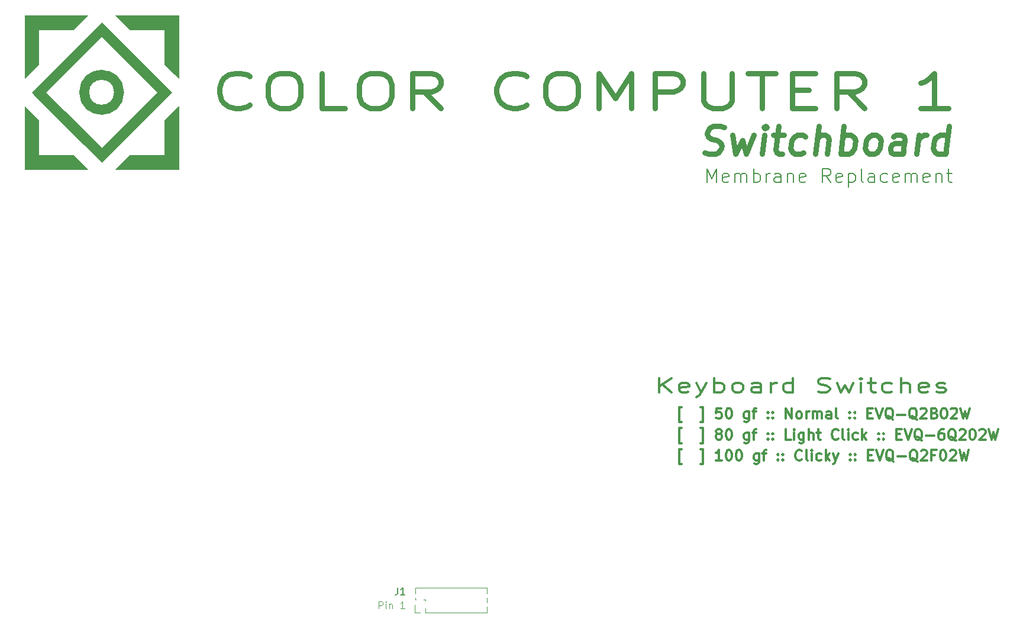
<source format=gto>
G04 #@! TF.GenerationSoftware,KiCad,Pcbnew,(5.1.10)-1*
G04 #@! TF.CreationDate,2022-01-19T11:14:15-05:00*
G04 #@! TF.ProjectId,CoCo1SwitchBoard,436f436f-3153-4776-9974-6368426f6172,1.0*
G04 #@! TF.SameCoordinates,Original*
G04 #@! TF.FileFunction,Legend,Top*
G04 #@! TF.FilePolarity,Positive*
%FSLAX46Y46*%
G04 Gerber Fmt 4.6, Leading zero omitted, Abs format (unit mm)*
G04 Created by KiCad (PCBNEW (5.1.10)-1) date 2022-01-19 11:14:15*
%MOMM*%
%LPD*%
G01*
G04 APERTURE LIST*
%ADD10C,0.125000*%
%ADD11C,0.300000*%
%ADD12C,0.100000*%
%ADD13C,1.400000*%
%ADD14C,0.150000*%
%ADD15C,0.800000*%
%ADD16C,0.120000*%
G04 APERTURE END LIST*
D10*
X129690476Y-3852380D02*
X129690476Y-2852380D01*
X130071428Y-2852380D01*
X130166666Y-2900000D01*
X130214285Y-2947619D01*
X130261904Y-3042857D01*
X130261904Y-3185714D01*
X130214285Y-3280952D01*
X130166666Y-3328571D01*
X130071428Y-3376190D01*
X129690476Y-3376190D01*
X130690476Y-3852380D02*
X130690476Y-3185714D01*
X130690476Y-2852380D02*
X130642857Y-2900000D01*
X130690476Y-2947619D01*
X130738095Y-2900000D01*
X130690476Y-2852380D01*
X130690476Y-2947619D01*
X131166666Y-3185714D02*
X131166666Y-3852380D01*
X131166666Y-3280952D02*
X131214285Y-3233333D01*
X131309523Y-3185714D01*
X131452380Y-3185714D01*
X131547619Y-3233333D01*
X131595238Y-3328571D01*
X131595238Y-3852380D01*
X133357142Y-3852380D02*
X132785714Y-3852380D01*
X133071428Y-3852380D02*
X133071428Y-2852380D01*
X132976190Y-2995238D01*
X132880952Y-3090476D01*
X132785714Y-3138095D01*
D11*
X172980714Y16821428D02*
X172623571Y16821428D01*
X172623571Y18964285D01*
X172980714Y18964285D01*
X175695000Y16821428D02*
X176052142Y16821428D01*
X176052142Y18964285D01*
X175695000Y18964285D01*
X178766428Y17321428D02*
X177909285Y17321428D01*
X178337857Y17321428D02*
X178337857Y18821428D01*
X178195000Y18607142D01*
X178052142Y18464285D01*
X177909285Y18392857D01*
X179695000Y18821428D02*
X179837857Y18821428D01*
X179980714Y18750000D01*
X180052142Y18678571D01*
X180123571Y18535714D01*
X180195000Y18250000D01*
X180195000Y17892857D01*
X180123571Y17607142D01*
X180052142Y17464285D01*
X179980714Y17392857D01*
X179837857Y17321428D01*
X179695000Y17321428D01*
X179552142Y17392857D01*
X179480714Y17464285D01*
X179409285Y17607142D01*
X179337857Y17892857D01*
X179337857Y18250000D01*
X179409285Y18535714D01*
X179480714Y18678571D01*
X179552142Y18750000D01*
X179695000Y18821428D01*
X181123571Y18821428D02*
X181266428Y18821428D01*
X181409285Y18750000D01*
X181480714Y18678571D01*
X181552142Y18535714D01*
X181623571Y18250000D01*
X181623571Y17892857D01*
X181552142Y17607142D01*
X181480714Y17464285D01*
X181409285Y17392857D01*
X181266428Y17321428D01*
X181123571Y17321428D01*
X180980714Y17392857D01*
X180909285Y17464285D01*
X180837857Y17607142D01*
X180766428Y17892857D01*
X180766428Y18250000D01*
X180837857Y18535714D01*
X180909285Y18678571D01*
X180980714Y18750000D01*
X181123571Y18821428D01*
X184052142Y18321428D02*
X184052142Y17107142D01*
X183980714Y16964285D01*
X183909285Y16892857D01*
X183766428Y16821428D01*
X183552142Y16821428D01*
X183409285Y16892857D01*
X184052142Y17392857D02*
X183909285Y17321428D01*
X183623571Y17321428D01*
X183480714Y17392857D01*
X183409285Y17464285D01*
X183337857Y17607142D01*
X183337857Y18035714D01*
X183409285Y18178571D01*
X183480714Y18250000D01*
X183623571Y18321428D01*
X183909285Y18321428D01*
X184052142Y18250000D01*
X184552142Y18321428D02*
X185123571Y18321428D01*
X184766428Y17321428D02*
X184766428Y18607142D01*
X184837857Y18750000D01*
X184980714Y18821428D01*
X185123571Y18821428D01*
X186766428Y17464285D02*
X186837857Y17392857D01*
X186766428Y17321428D01*
X186695000Y17392857D01*
X186766428Y17464285D01*
X186766428Y17321428D01*
X186766428Y18250000D02*
X186837857Y18178571D01*
X186766428Y18107142D01*
X186695000Y18178571D01*
X186766428Y18250000D01*
X186766428Y18107142D01*
X187480714Y17464285D02*
X187552142Y17392857D01*
X187480714Y17321428D01*
X187409285Y17392857D01*
X187480714Y17464285D01*
X187480714Y17321428D01*
X187480714Y18250000D02*
X187552142Y18178571D01*
X187480714Y18107142D01*
X187409285Y18178571D01*
X187480714Y18250000D01*
X187480714Y18107142D01*
X190195000Y17464285D02*
X190123571Y17392857D01*
X189909285Y17321428D01*
X189766428Y17321428D01*
X189552142Y17392857D01*
X189409285Y17535714D01*
X189337857Y17678571D01*
X189266428Y17964285D01*
X189266428Y18178571D01*
X189337857Y18464285D01*
X189409285Y18607142D01*
X189552142Y18750000D01*
X189766428Y18821428D01*
X189909285Y18821428D01*
X190123571Y18750000D01*
X190195000Y18678571D01*
X191052142Y17321428D02*
X190909285Y17392857D01*
X190837857Y17535714D01*
X190837857Y18821428D01*
X191623571Y17321428D02*
X191623571Y18321428D01*
X191623571Y18821428D02*
X191552142Y18750000D01*
X191623571Y18678571D01*
X191695000Y18750000D01*
X191623571Y18821428D01*
X191623571Y18678571D01*
X192980714Y17392857D02*
X192837857Y17321428D01*
X192552142Y17321428D01*
X192409285Y17392857D01*
X192337857Y17464285D01*
X192266428Y17607142D01*
X192266428Y18035714D01*
X192337857Y18178571D01*
X192409285Y18250000D01*
X192552142Y18321428D01*
X192837857Y18321428D01*
X192980714Y18250000D01*
X193623571Y17321428D02*
X193623571Y18821428D01*
X193766428Y17892857D02*
X194195000Y17321428D01*
X194195000Y18321428D02*
X193623571Y17750000D01*
X194695000Y18321428D02*
X195052142Y17321428D01*
X195409285Y18321428D02*
X195052142Y17321428D01*
X194909285Y16964285D01*
X194837857Y16892857D01*
X194695000Y16821428D01*
X197123571Y17464285D02*
X197195000Y17392857D01*
X197123571Y17321428D01*
X197052142Y17392857D01*
X197123571Y17464285D01*
X197123571Y17321428D01*
X197123571Y18250000D02*
X197195000Y18178571D01*
X197123571Y18107142D01*
X197052142Y18178571D01*
X197123571Y18250000D01*
X197123571Y18107142D01*
X197837857Y17464285D02*
X197909285Y17392857D01*
X197837857Y17321428D01*
X197766428Y17392857D01*
X197837857Y17464285D01*
X197837857Y17321428D01*
X197837857Y18250000D02*
X197909285Y18178571D01*
X197837857Y18107142D01*
X197766428Y18178571D01*
X197837857Y18250000D01*
X197837857Y18107142D01*
X199695000Y18107142D02*
X200195000Y18107142D01*
X200409285Y17321428D02*
X199695000Y17321428D01*
X199695000Y18821428D01*
X200409285Y18821428D01*
X200837857Y18821428D02*
X201337857Y17321428D01*
X201837857Y18821428D01*
X203337857Y17178571D02*
X203195000Y17250000D01*
X203052142Y17392857D01*
X202837857Y17607142D01*
X202695000Y17678571D01*
X202552142Y17678571D01*
X202623571Y17321428D02*
X202480714Y17392857D01*
X202337857Y17535714D01*
X202266428Y17821428D01*
X202266428Y18321428D01*
X202337857Y18607142D01*
X202480714Y18750000D01*
X202623571Y18821428D01*
X202909285Y18821428D01*
X203052142Y18750000D01*
X203195000Y18607142D01*
X203266428Y18321428D01*
X203266428Y17821428D01*
X203195000Y17535714D01*
X203052142Y17392857D01*
X202909285Y17321428D01*
X202623571Y17321428D01*
X203909285Y17892857D02*
X205052142Y17892857D01*
X206766428Y17178571D02*
X206623571Y17250000D01*
X206480714Y17392857D01*
X206266428Y17607142D01*
X206123571Y17678571D01*
X205980714Y17678571D01*
X206052142Y17321428D02*
X205909285Y17392857D01*
X205766428Y17535714D01*
X205695000Y17821428D01*
X205695000Y18321428D01*
X205766428Y18607142D01*
X205909285Y18750000D01*
X206052142Y18821428D01*
X206337857Y18821428D01*
X206480714Y18750000D01*
X206623571Y18607142D01*
X206695000Y18321428D01*
X206695000Y17821428D01*
X206623571Y17535714D01*
X206480714Y17392857D01*
X206337857Y17321428D01*
X206052142Y17321428D01*
X207266428Y18678571D02*
X207337857Y18750000D01*
X207480714Y18821428D01*
X207837857Y18821428D01*
X207980714Y18750000D01*
X208052142Y18678571D01*
X208123571Y18535714D01*
X208123571Y18392857D01*
X208052142Y18178571D01*
X207195000Y17321428D01*
X208123571Y17321428D01*
X209266428Y18107142D02*
X208766428Y18107142D01*
X208766428Y17321428D02*
X208766428Y18821428D01*
X209480714Y18821428D01*
X210337857Y18821428D02*
X210480714Y18821428D01*
X210623571Y18750000D01*
X210695000Y18678571D01*
X210766428Y18535714D01*
X210837857Y18250000D01*
X210837857Y17892857D01*
X210766428Y17607142D01*
X210695000Y17464285D01*
X210623571Y17392857D01*
X210480714Y17321428D01*
X210337857Y17321428D01*
X210195000Y17392857D01*
X210123571Y17464285D01*
X210052142Y17607142D01*
X209980714Y17892857D01*
X209980714Y18250000D01*
X210052142Y18535714D01*
X210123571Y18678571D01*
X210195000Y18750000D01*
X210337857Y18821428D01*
X211409285Y18678571D02*
X211480714Y18750000D01*
X211623571Y18821428D01*
X211980714Y18821428D01*
X212123571Y18750000D01*
X212195000Y18678571D01*
X212266428Y18535714D01*
X212266428Y18392857D01*
X212195000Y18178571D01*
X211337857Y17321428D01*
X212266428Y17321428D01*
X212766428Y18821428D02*
X213123571Y17321428D01*
X213409285Y18392857D01*
X213694999Y17321428D01*
X214052142Y18821428D01*
X172980714Y19821428D02*
X172623571Y19821428D01*
X172623571Y21964285D01*
X172980714Y21964285D01*
X175695000Y19821428D02*
X176052142Y19821428D01*
X176052142Y21964285D01*
X175695000Y21964285D01*
X178195000Y21178571D02*
X178052142Y21250000D01*
X177980714Y21321428D01*
X177909285Y21464285D01*
X177909285Y21535714D01*
X177980714Y21678571D01*
X178052142Y21750000D01*
X178195000Y21821428D01*
X178480714Y21821428D01*
X178623571Y21750000D01*
X178695000Y21678571D01*
X178766428Y21535714D01*
X178766428Y21464285D01*
X178695000Y21321428D01*
X178623571Y21250000D01*
X178480714Y21178571D01*
X178195000Y21178571D01*
X178052142Y21107142D01*
X177980714Y21035714D01*
X177909285Y20892857D01*
X177909285Y20607142D01*
X177980714Y20464285D01*
X178052142Y20392857D01*
X178195000Y20321428D01*
X178480714Y20321428D01*
X178623571Y20392857D01*
X178695000Y20464285D01*
X178766428Y20607142D01*
X178766428Y20892857D01*
X178695000Y21035714D01*
X178623571Y21107142D01*
X178480714Y21178571D01*
X179695000Y21821428D02*
X179837857Y21821428D01*
X179980714Y21750000D01*
X180052142Y21678571D01*
X180123571Y21535714D01*
X180195000Y21250000D01*
X180195000Y20892857D01*
X180123571Y20607142D01*
X180052142Y20464285D01*
X179980714Y20392857D01*
X179837857Y20321428D01*
X179695000Y20321428D01*
X179552142Y20392857D01*
X179480714Y20464285D01*
X179409285Y20607142D01*
X179337857Y20892857D01*
X179337857Y21250000D01*
X179409285Y21535714D01*
X179480714Y21678571D01*
X179552142Y21750000D01*
X179695000Y21821428D01*
X182623571Y21321428D02*
X182623571Y20107142D01*
X182552142Y19964285D01*
X182480714Y19892857D01*
X182337857Y19821428D01*
X182123571Y19821428D01*
X181980714Y19892857D01*
X182623571Y20392857D02*
X182480714Y20321428D01*
X182195000Y20321428D01*
X182052142Y20392857D01*
X181980714Y20464285D01*
X181909285Y20607142D01*
X181909285Y21035714D01*
X181980714Y21178571D01*
X182052142Y21250000D01*
X182195000Y21321428D01*
X182480714Y21321428D01*
X182623571Y21250000D01*
X183123571Y21321428D02*
X183695000Y21321428D01*
X183337857Y20321428D02*
X183337857Y21607142D01*
X183409285Y21750000D01*
X183552142Y21821428D01*
X183695000Y21821428D01*
X185337857Y20464285D02*
X185409285Y20392857D01*
X185337857Y20321428D01*
X185266428Y20392857D01*
X185337857Y20464285D01*
X185337857Y20321428D01*
X185337857Y21250000D02*
X185409285Y21178571D01*
X185337857Y21107142D01*
X185266428Y21178571D01*
X185337857Y21250000D01*
X185337857Y21107142D01*
X186052142Y20464285D02*
X186123571Y20392857D01*
X186052142Y20321428D01*
X185980714Y20392857D01*
X186052142Y20464285D01*
X186052142Y20321428D01*
X186052142Y21250000D02*
X186123571Y21178571D01*
X186052142Y21107142D01*
X185980714Y21178571D01*
X186052142Y21250000D01*
X186052142Y21107142D01*
X188623571Y20321428D02*
X187909285Y20321428D01*
X187909285Y21821428D01*
X189123571Y20321428D02*
X189123571Y21321428D01*
X189123571Y21821428D02*
X189052142Y21750000D01*
X189123571Y21678571D01*
X189195000Y21750000D01*
X189123571Y21821428D01*
X189123571Y21678571D01*
X190480714Y21321428D02*
X190480714Y20107142D01*
X190409285Y19964285D01*
X190337857Y19892857D01*
X190195000Y19821428D01*
X189980714Y19821428D01*
X189837857Y19892857D01*
X190480714Y20392857D02*
X190337857Y20321428D01*
X190052142Y20321428D01*
X189909285Y20392857D01*
X189837857Y20464285D01*
X189766428Y20607142D01*
X189766428Y21035714D01*
X189837857Y21178571D01*
X189909285Y21250000D01*
X190052142Y21321428D01*
X190337857Y21321428D01*
X190480714Y21250000D01*
X191195000Y20321428D02*
X191195000Y21821428D01*
X191837857Y20321428D02*
X191837857Y21107142D01*
X191766428Y21250000D01*
X191623571Y21321428D01*
X191409285Y21321428D01*
X191266428Y21250000D01*
X191195000Y21178571D01*
X192337857Y21321428D02*
X192909285Y21321428D01*
X192552142Y21821428D02*
X192552142Y20535714D01*
X192623571Y20392857D01*
X192766428Y20321428D01*
X192909285Y20321428D01*
X195409285Y20464285D02*
X195337857Y20392857D01*
X195123571Y20321428D01*
X194980714Y20321428D01*
X194766428Y20392857D01*
X194623571Y20535714D01*
X194552142Y20678571D01*
X194480714Y20964285D01*
X194480714Y21178571D01*
X194552142Y21464285D01*
X194623571Y21607142D01*
X194766428Y21750000D01*
X194980714Y21821428D01*
X195123571Y21821428D01*
X195337857Y21750000D01*
X195409285Y21678571D01*
X196266428Y20321428D02*
X196123571Y20392857D01*
X196052142Y20535714D01*
X196052142Y21821428D01*
X196837857Y20321428D02*
X196837857Y21321428D01*
X196837857Y21821428D02*
X196766428Y21750000D01*
X196837857Y21678571D01*
X196909285Y21750000D01*
X196837857Y21821428D01*
X196837857Y21678571D01*
X198195000Y20392857D02*
X198052142Y20321428D01*
X197766428Y20321428D01*
X197623571Y20392857D01*
X197552142Y20464285D01*
X197480714Y20607142D01*
X197480714Y21035714D01*
X197552142Y21178571D01*
X197623571Y21250000D01*
X197766428Y21321428D01*
X198052142Y21321428D01*
X198195000Y21250000D01*
X198837857Y20321428D02*
X198837857Y21821428D01*
X198980714Y20892857D02*
X199409285Y20321428D01*
X199409285Y21321428D02*
X198837857Y20750000D01*
X201195000Y20464285D02*
X201266428Y20392857D01*
X201195000Y20321428D01*
X201123571Y20392857D01*
X201195000Y20464285D01*
X201195000Y20321428D01*
X201195000Y21250000D02*
X201266428Y21178571D01*
X201195000Y21107142D01*
X201123571Y21178571D01*
X201195000Y21250000D01*
X201195000Y21107142D01*
X201909285Y20464285D02*
X201980714Y20392857D01*
X201909285Y20321428D01*
X201837857Y20392857D01*
X201909285Y20464285D01*
X201909285Y20321428D01*
X201909285Y21250000D02*
X201980714Y21178571D01*
X201909285Y21107142D01*
X201837857Y21178571D01*
X201909285Y21250000D01*
X201909285Y21107142D01*
X203766428Y21107142D02*
X204266428Y21107142D01*
X204480714Y20321428D02*
X203766428Y20321428D01*
X203766428Y21821428D01*
X204480714Y21821428D01*
X204909285Y21821428D02*
X205409285Y20321428D01*
X205909285Y21821428D01*
X207409285Y20178571D02*
X207266428Y20250000D01*
X207123571Y20392857D01*
X206909285Y20607142D01*
X206766428Y20678571D01*
X206623571Y20678571D01*
X206695000Y20321428D02*
X206552142Y20392857D01*
X206409285Y20535714D01*
X206337857Y20821428D01*
X206337857Y21321428D01*
X206409285Y21607142D01*
X206552142Y21750000D01*
X206695000Y21821428D01*
X206980714Y21821428D01*
X207123571Y21750000D01*
X207266428Y21607142D01*
X207337857Y21321428D01*
X207337857Y20821428D01*
X207266428Y20535714D01*
X207123571Y20392857D01*
X206980714Y20321428D01*
X206695000Y20321428D01*
X207980714Y20892857D02*
X209123571Y20892857D01*
X210480714Y21821428D02*
X210195000Y21821428D01*
X210052142Y21750000D01*
X209980714Y21678571D01*
X209837857Y21464285D01*
X209766428Y21178571D01*
X209766428Y20607142D01*
X209837857Y20464285D01*
X209909285Y20392857D01*
X210052142Y20321428D01*
X210337857Y20321428D01*
X210480714Y20392857D01*
X210552142Y20464285D01*
X210623571Y20607142D01*
X210623571Y20964285D01*
X210552142Y21107142D01*
X210480714Y21178571D01*
X210337857Y21250000D01*
X210052142Y21250000D01*
X209909285Y21178571D01*
X209837857Y21107142D01*
X209766428Y20964285D01*
X212266428Y20178571D02*
X212123571Y20250000D01*
X211980714Y20392857D01*
X211766428Y20607142D01*
X211623571Y20678571D01*
X211480714Y20678571D01*
X211552142Y20321428D02*
X211409285Y20392857D01*
X211266428Y20535714D01*
X211195000Y20821428D01*
X211195000Y21321428D01*
X211266428Y21607142D01*
X211409285Y21750000D01*
X211552142Y21821428D01*
X211837857Y21821428D01*
X211980714Y21750000D01*
X212123571Y21607142D01*
X212195000Y21321428D01*
X212195000Y20821428D01*
X212123571Y20535714D01*
X211980714Y20392857D01*
X211837857Y20321428D01*
X211552142Y20321428D01*
X212766428Y21678571D02*
X212837857Y21750000D01*
X212980714Y21821428D01*
X213337857Y21821428D01*
X213480714Y21750000D01*
X213552142Y21678571D01*
X213623571Y21535714D01*
X213623571Y21392857D01*
X213552142Y21178571D01*
X212695000Y20321428D01*
X213623571Y20321428D01*
X214552142Y21821428D02*
X214695000Y21821428D01*
X214837857Y21750000D01*
X214909285Y21678571D01*
X214980714Y21535714D01*
X215052142Y21250000D01*
X215052142Y20892857D01*
X214980714Y20607142D01*
X214909285Y20464285D01*
X214837857Y20392857D01*
X214695000Y20321428D01*
X214552142Y20321428D01*
X214409285Y20392857D01*
X214337857Y20464285D01*
X214266428Y20607142D01*
X214195000Y20892857D01*
X214195000Y21250000D01*
X214266428Y21535714D01*
X214337857Y21678571D01*
X214409285Y21750000D01*
X214552142Y21821428D01*
X215623571Y21678571D02*
X215695000Y21750000D01*
X215837857Y21821428D01*
X216195000Y21821428D01*
X216337857Y21750000D01*
X216409285Y21678571D01*
X216480714Y21535714D01*
X216480714Y21392857D01*
X216409285Y21178571D01*
X215552142Y20321428D01*
X216480714Y20321428D01*
X216980714Y21821428D02*
X217337857Y20321428D01*
X217623571Y21392857D01*
X217909285Y20321428D01*
X218266428Y21821428D01*
X172980714Y22821428D02*
X172623571Y22821428D01*
X172623571Y24964285D01*
X172980714Y24964285D01*
X175695000Y22821428D02*
X176052142Y22821428D01*
X176052142Y24964285D01*
X175695000Y24964285D01*
X178695000Y24821428D02*
X177980714Y24821428D01*
X177909285Y24107142D01*
X177980714Y24178571D01*
X178123571Y24250000D01*
X178480714Y24250000D01*
X178623571Y24178571D01*
X178695000Y24107142D01*
X178766428Y23964285D01*
X178766428Y23607142D01*
X178695000Y23464285D01*
X178623571Y23392857D01*
X178480714Y23321428D01*
X178123571Y23321428D01*
X177980714Y23392857D01*
X177909285Y23464285D01*
X179695000Y24821428D02*
X179837857Y24821428D01*
X179980714Y24750000D01*
X180052142Y24678571D01*
X180123571Y24535714D01*
X180195000Y24250000D01*
X180195000Y23892857D01*
X180123571Y23607142D01*
X180052142Y23464285D01*
X179980714Y23392857D01*
X179837857Y23321428D01*
X179695000Y23321428D01*
X179552142Y23392857D01*
X179480714Y23464285D01*
X179409285Y23607142D01*
X179337857Y23892857D01*
X179337857Y24250000D01*
X179409285Y24535714D01*
X179480714Y24678571D01*
X179552142Y24750000D01*
X179695000Y24821428D01*
X182623571Y24321428D02*
X182623571Y23107142D01*
X182552142Y22964285D01*
X182480714Y22892857D01*
X182337857Y22821428D01*
X182123571Y22821428D01*
X181980714Y22892857D01*
X182623571Y23392857D02*
X182480714Y23321428D01*
X182195000Y23321428D01*
X182052142Y23392857D01*
X181980714Y23464285D01*
X181909285Y23607142D01*
X181909285Y24035714D01*
X181980714Y24178571D01*
X182052142Y24250000D01*
X182195000Y24321428D01*
X182480714Y24321428D01*
X182623571Y24250000D01*
X183123571Y24321428D02*
X183695000Y24321428D01*
X183337857Y23321428D02*
X183337857Y24607142D01*
X183409285Y24750000D01*
X183552142Y24821428D01*
X183695000Y24821428D01*
X185337857Y23464285D02*
X185409285Y23392857D01*
X185337857Y23321428D01*
X185266428Y23392857D01*
X185337857Y23464285D01*
X185337857Y23321428D01*
X185337857Y24250000D02*
X185409285Y24178571D01*
X185337857Y24107142D01*
X185266428Y24178571D01*
X185337857Y24250000D01*
X185337857Y24107142D01*
X186052142Y23464285D02*
X186123571Y23392857D01*
X186052142Y23321428D01*
X185980714Y23392857D01*
X186052142Y23464285D01*
X186052142Y23321428D01*
X186052142Y24250000D02*
X186123571Y24178571D01*
X186052142Y24107142D01*
X185980714Y24178571D01*
X186052142Y24250000D01*
X186052142Y24107142D01*
X187909285Y23321428D02*
X187909285Y24821428D01*
X188766428Y23321428D01*
X188766428Y24821428D01*
X189695000Y23321428D02*
X189552142Y23392857D01*
X189480714Y23464285D01*
X189409285Y23607142D01*
X189409285Y24035714D01*
X189480714Y24178571D01*
X189552142Y24250000D01*
X189695000Y24321428D01*
X189909285Y24321428D01*
X190052142Y24250000D01*
X190123571Y24178571D01*
X190195000Y24035714D01*
X190195000Y23607142D01*
X190123571Y23464285D01*
X190052142Y23392857D01*
X189909285Y23321428D01*
X189695000Y23321428D01*
X190837857Y23321428D02*
X190837857Y24321428D01*
X190837857Y24035714D02*
X190909285Y24178571D01*
X190980714Y24250000D01*
X191123571Y24321428D01*
X191266428Y24321428D01*
X191766428Y23321428D02*
X191766428Y24321428D01*
X191766428Y24178571D02*
X191837857Y24250000D01*
X191980714Y24321428D01*
X192195000Y24321428D01*
X192337857Y24250000D01*
X192409285Y24107142D01*
X192409285Y23321428D01*
X192409285Y24107142D02*
X192480714Y24250000D01*
X192623571Y24321428D01*
X192837857Y24321428D01*
X192980714Y24250000D01*
X193052142Y24107142D01*
X193052142Y23321428D01*
X194409285Y23321428D02*
X194409285Y24107142D01*
X194337857Y24250000D01*
X194195000Y24321428D01*
X193909285Y24321428D01*
X193766428Y24250000D01*
X194409285Y23392857D02*
X194266428Y23321428D01*
X193909285Y23321428D01*
X193766428Y23392857D01*
X193695000Y23535714D01*
X193695000Y23678571D01*
X193766428Y23821428D01*
X193909285Y23892857D01*
X194266428Y23892857D01*
X194409285Y23964285D01*
X195337857Y23321428D02*
X195195000Y23392857D01*
X195123571Y23535714D01*
X195123571Y24821428D01*
X197052142Y23464285D02*
X197123571Y23392857D01*
X197052142Y23321428D01*
X196980714Y23392857D01*
X197052142Y23464285D01*
X197052142Y23321428D01*
X197052142Y24250000D02*
X197123571Y24178571D01*
X197052142Y24107142D01*
X196980714Y24178571D01*
X197052142Y24250000D01*
X197052142Y24107142D01*
X197766428Y23464285D02*
X197837857Y23392857D01*
X197766428Y23321428D01*
X197695000Y23392857D01*
X197766428Y23464285D01*
X197766428Y23321428D01*
X197766428Y24250000D02*
X197837857Y24178571D01*
X197766428Y24107142D01*
X197695000Y24178571D01*
X197766428Y24250000D01*
X197766428Y24107142D01*
X199623571Y24107142D02*
X200123571Y24107142D01*
X200337857Y23321428D02*
X199623571Y23321428D01*
X199623571Y24821428D01*
X200337857Y24821428D01*
X200766428Y24821428D02*
X201266428Y23321428D01*
X201766428Y24821428D01*
X203266428Y23178571D02*
X203123571Y23250000D01*
X202980714Y23392857D01*
X202766428Y23607142D01*
X202623571Y23678571D01*
X202480714Y23678571D01*
X202552142Y23321428D02*
X202409285Y23392857D01*
X202266428Y23535714D01*
X202195000Y23821428D01*
X202195000Y24321428D01*
X202266428Y24607142D01*
X202409285Y24750000D01*
X202552142Y24821428D01*
X202837857Y24821428D01*
X202980714Y24750000D01*
X203123571Y24607142D01*
X203195000Y24321428D01*
X203195000Y23821428D01*
X203123571Y23535714D01*
X202980714Y23392857D01*
X202837857Y23321428D01*
X202552142Y23321428D01*
X203837857Y23892857D02*
X204980714Y23892857D01*
X206695000Y23178571D02*
X206552142Y23250000D01*
X206409285Y23392857D01*
X206195000Y23607142D01*
X206052142Y23678571D01*
X205909285Y23678571D01*
X205980714Y23321428D02*
X205837857Y23392857D01*
X205695000Y23535714D01*
X205623571Y23821428D01*
X205623571Y24321428D01*
X205695000Y24607142D01*
X205837857Y24750000D01*
X205980714Y24821428D01*
X206266428Y24821428D01*
X206409285Y24750000D01*
X206552142Y24607142D01*
X206623571Y24321428D01*
X206623571Y23821428D01*
X206552142Y23535714D01*
X206409285Y23392857D01*
X206266428Y23321428D01*
X205980714Y23321428D01*
X207195000Y24678571D02*
X207266428Y24750000D01*
X207409285Y24821428D01*
X207766428Y24821428D01*
X207909285Y24750000D01*
X207980714Y24678571D01*
X208052142Y24535714D01*
X208052142Y24392857D01*
X207980714Y24178571D01*
X207123571Y23321428D01*
X208052142Y23321428D01*
X209195000Y24107142D02*
X209409285Y24035714D01*
X209480714Y23964285D01*
X209552142Y23821428D01*
X209552142Y23607142D01*
X209480714Y23464285D01*
X209409285Y23392857D01*
X209266428Y23321428D01*
X208695000Y23321428D01*
X208695000Y24821428D01*
X209195000Y24821428D01*
X209337857Y24750000D01*
X209409285Y24678571D01*
X209480714Y24535714D01*
X209480714Y24392857D01*
X209409285Y24250000D01*
X209337857Y24178571D01*
X209195000Y24107142D01*
X208695000Y24107142D01*
X210480714Y24821428D02*
X210623571Y24821428D01*
X210766428Y24750000D01*
X210837857Y24678571D01*
X210909285Y24535714D01*
X210980714Y24250000D01*
X210980714Y23892857D01*
X210909285Y23607142D01*
X210837857Y23464285D01*
X210766428Y23392857D01*
X210623571Y23321428D01*
X210480714Y23321428D01*
X210337857Y23392857D01*
X210266428Y23464285D01*
X210195000Y23607142D01*
X210123571Y23892857D01*
X210123571Y24250000D01*
X210195000Y24535714D01*
X210266428Y24678571D01*
X210337857Y24750000D01*
X210480714Y24821428D01*
X211552142Y24678571D02*
X211623571Y24750000D01*
X211766428Y24821428D01*
X212123571Y24821428D01*
X212266428Y24750000D01*
X212337857Y24678571D01*
X212409285Y24535714D01*
X212409285Y24392857D01*
X212337857Y24178571D01*
X211480714Y23321428D01*
X212409285Y23321428D01*
X212909285Y24821428D02*
X213266428Y23321428D01*
X213552142Y24392857D01*
X213837857Y23321428D01*
X214195000Y24821428D01*
X169809285Y27095238D02*
X169809285Y29095238D01*
X171523571Y27095238D02*
X170237857Y28238095D01*
X171523571Y29095238D02*
X169809285Y27952380D01*
X173952142Y27190476D02*
X173666428Y27095238D01*
X173095000Y27095238D01*
X172809285Y27190476D01*
X172666428Y27380952D01*
X172666428Y28142857D01*
X172809285Y28333333D01*
X173095000Y28428571D01*
X173666428Y28428571D01*
X173952142Y28333333D01*
X174095000Y28142857D01*
X174095000Y27952380D01*
X172666428Y27761904D01*
X175095000Y28428571D02*
X175809285Y27095238D01*
X176523571Y28428571D02*
X175809285Y27095238D01*
X175523571Y26619047D01*
X175380714Y26523809D01*
X175095000Y26428571D01*
X177666428Y27095238D02*
X177666428Y29095238D01*
X177666428Y28333333D02*
X177952142Y28428571D01*
X178523571Y28428571D01*
X178809285Y28333333D01*
X178952142Y28238095D01*
X179095000Y28047619D01*
X179095000Y27476190D01*
X178952142Y27285714D01*
X178809285Y27190476D01*
X178523571Y27095238D01*
X177952142Y27095238D01*
X177666428Y27190476D01*
X180809285Y27095238D02*
X180523571Y27190476D01*
X180380714Y27285714D01*
X180237857Y27476190D01*
X180237857Y28047619D01*
X180380714Y28238095D01*
X180523571Y28333333D01*
X180809285Y28428571D01*
X181237857Y28428571D01*
X181523571Y28333333D01*
X181666428Y28238095D01*
X181809285Y28047619D01*
X181809285Y27476190D01*
X181666428Y27285714D01*
X181523571Y27190476D01*
X181237857Y27095238D01*
X180809285Y27095238D01*
X184380714Y27095238D02*
X184380714Y28142857D01*
X184237857Y28333333D01*
X183952142Y28428571D01*
X183380714Y28428571D01*
X183095000Y28333333D01*
X184380714Y27190476D02*
X184095000Y27095238D01*
X183380714Y27095238D01*
X183095000Y27190476D01*
X182952142Y27380952D01*
X182952142Y27571428D01*
X183095000Y27761904D01*
X183380714Y27857142D01*
X184095000Y27857142D01*
X184380714Y27952380D01*
X185809285Y27095238D02*
X185809285Y28428571D01*
X185809285Y28047619D02*
X185952142Y28238095D01*
X186095000Y28333333D01*
X186380714Y28428571D01*
X186666428Y28428571D01*
X188952142Y27095238D02*
X188952142Y29095238D01*
X188952142Y27190476D02*
X188666428Y27095238D01*
X188095000Y27095238D01*
X187809285Y27190476D01*
X187666428Y27285714D01*
X187523571Y27476190D01*
X187523571Y28047619D01*
X187666428Y28238095D01*
X187809285Y28333333D01*
X188095000Y28428571D01*
X188666428Y28428571D01*
X188952142Y28333333D01*
X192523571Y27190476D02*
X192952142Y27095238D01*
X193666428Y27095238D01*
X193952142Y27190476D01*
X194095000Y27285714D01*
X194237857Y27476190D01*
X194237857Y27666666D01*
X194095000Y27857142D01*
X193952142Y27952380D01*
X193666428Y28047619D01*
X193095000Y28142857D01*
X192809285Y28238095D01*
X192666428Y28333333D01*
X192523571Y28523809D01*
X192523571Y28714285D01*
X192666428Y28904761D01*
X192809285Y29000000D01*
X193095000Y29095238D01*
X193809285Y29095238D01*
X194237857Y29000000D01*
X195237857Y28428571D02*
X195809285Y27095238D01*
X196380714Y28047619D01*
X196952142Y27095238D01*
X197523571Y28428571D01*
X198666428Y27095238D02*
X198666428Y28428571D01*
X198666428Y29095238D02*
X198523571Y29000000D01*
X198666428Y28904761D01*
X198809285Y29000000D01*
X198666428Y29095238D01*
X198666428Y28904761D01*
X199666428Y28428571D02*
X200809285Y28428571D01*
X200095000Y29095238D02*
X200095000Y27380952D01*
X200237857Y27190476D01*
X200523571Y27095238D01*
X200809285Y27095238D01*
X203095000Y27190476D02*
X202809285Y27095238D01*
X202237857Y27095238D01*
X201952142Y27190476D01*
X201809285Y27285714D01*
X201666428Y27476190D01*
X201666428Y28047619D01*
X201809285Y28238095D01*
X201952142Y28333333D01*
X202237857Y28428571D01*
X202809285Y28428571D01*
X203095000Y28333333D01*
X204380714Y27095238D02*
X204380714Y29095238D01*
X205666428Y27095238D02*
X205666428Y28142857D01*
X205523571Y28333333D01*
X205237857Y28428571D01*
X204809285Y28428571D01*
X204523571Y28333333D01*
X204380714Y28238095D01*
X208237857Y27190476D02*
X207952142Y27095238D01*
X207380714Y27095238D01*
X207095000Y27190476D01*
X206952142Y27380952D01*
X206952142Y28142857D01*
X207095000Y28333333D01*
X207380714Y28428571D01*
X207952142Y28428571D01*
X208237857Y28333333D01*
X208380714Y28142857D01*
X208380714Y27952380D01*
X206952142Y27761904D01*
X209523571Y27190476D02*
X209809285Y27095238D01*
X210380714Y27095238D01*
X210666428Y27190476D01*
X210809285Y27380952D01*
X210809285Y27476190D01*
X210666428Y27666666D01*
X210380714Y27761904D01*
X209952142Y27761904D01*
X209666428Y27857142D01*
X209523571Y28047619D01*
X209523571Y28142857D01*
X209666428Y28333333D01*
X209952142Y28428571D01*
X210380714Y28428571D01*
X210666428Y28333333D01*
D12*
G36*
X101000000Y59000000D02*
G01*
X92000000Y59000000D01*
X94000000Y61000000D01*
X99000000Y61000000D01*
X99000000Y66000000D01*
X101000000Y68000000D01*
X101000000Y59000000D01*
G37*
X101000000Y59000000D02*
X92000000Y59000000D01*
X94000000Y61000000D01*
X99000000Y61000000D01*
X99000000Y66000000D01*
X101000000Y68000000D01*
X101000000Y59000000D01*
G36*
X81000000Y66000000D02*
G01*
X81000000Y61000000D01*
X86000000Y61000000D01*
X88000000Y59000000D01*
X79000000Y59000000D01*
X79000000Y68000000D01*
X81000000Y66000000D01*
G37*
X81000000Y66000000D02*
X81000000Y61000000D01*
X86000000Y61000000D01*
X88000000Y59000000D01*
X79000000Y59000000D01*
X79000000Y68000000D01*
X81000000Y66000000D01*
G36*
X86000000Y79000000D02*
G01*
X81000000Y79000000D01*
X81000000Y74000000D01*
X79000000Y72000000D01*
X79000000Y81000000D01*
X88000000Y81000000D01*
X86000000Y79000000D01*
G37*
X86000000Y79000000D02*
X81000000Y79000000D01*
X81000000Y74000000D01*
X79000000Y72000000D01*
X79000000Y81000000D01*
X88000000Y81000000D01*
X86000000Y79000000D01*
G36*
X101000000Y72000000D02*
G01*
X99000000Y74000000D01*
X99000000Y79000000D01*
X94000000Y79000000D01*
X92000000Y81000000D01*
X101000000Y81000000D01*
X101000000Y72000000D01*
G37*
X101000000Y72000000D02*
X99000000Y74000000D01*
X99000000Y79000000D01*
X94000000Y79000000D01*
X92000000Y81000000D01*
X101000000Y81000000D01*
X101000000Y72000000D01*
G36*
X99000000Y69000000D02*
G01*
X91000000Y61000000D01*
X90000000Y62000000D01*
X98000000Y70000000D01*
X99000000Y69000000D01*
G37*
X99000000Y69000000D02*
X91000000Y61000000D01*
X90000000Y62000000D01*
X98000000Y70000000D01*
X99000000Y69000000D01*
G36*
X91000000Y61000000D02*
G01*
X90000000Y60000000D01*
X81000000Y69000000D01*
X82000000Y70000000D01*
X91000000Y61000000D01*
G37*
X91000000Y61000000D02*
X90000000Y60000000D01*
X81000000Y69000000D01*
X82000000Y70000000D01*
X91000000Y61000000D01*
G36*
X90000000Y78000000D02*
G01*
X81000000Y69000000D01*
X80000000Y70000000D01*
X89000000Y79000000D01*
X90000000Y78000000D01*
G37*
X90000000Y78000000D02*
X81000000Y69000000D01*
X80000000Y70000000D01*
X89000000Y79000000D01*
X90000000Y78000000D01*
G36*
X100000000Y70000000D02*
G01*
X99000000Y69000000D01*
X89000000Y79000000D01*
X90000000Y80000000D01*
X100000000Y70000000D01*
G37*
X100000000Y70000000D02*
X99000000Y69000000D01*
X89000000Y79000000D01*
X90000000Y80000000D01*
X100000000Y70000000D01*
D13*
X92500000Y70000000D02*
G75*
G03*
X92500000Y70000000I-2500000J0D01*
G01*
D14*
X176619047Y57095238D02*
X176619047Y59095238D01*
X177285714Y57666666D01*
X177952380Y59095238D01*
X177952380Y57095238D01*
X179666666Y57190476D02*
X179476190Y57095238D01*
X179095238Y57095238D01*
X178904761Y57190476D01*
X178809523Y57380952D01*
X178809523Y58142857D01*
X178904761Y58333333D01*
X179095238Y58428571D01*
X179476190Y58428571D01*
X179666666Y58333333D01*
X179761904Y58142857D01*
X179761904Y57952380D01*
X178809523Y57761904D01*
X180619047Y57095238D02*
X180619047Y58428571D01*
X180619047Y58238095D02*
X180714285Y58333333D01*
X180904761Y58428571D01*
X181190476Y58428571D01*
X181380952Y58333333D01*
X181476190Y58142857D01*
X181476190Y57095238D01*
X181476190Y58142857D02*
X181571428Y58333333D01*
X181761904Y58428571D01*
X182047619Y58428571D01*
X182238095Y58333333D01*
X182333333Y58142857D01*
X182333333Y57095238D01*
X183285714Y57095238D02*
X183285714Y59095238D01*
X183285714Y58333333D02*
X183476190Y58428571D01*
X183857142Y58428571D01*
X184047619Y58333333D01*
X184142857Y58238095D01*
X184238095Y58047619D01*
X184238095Y57476190D01*
X184142857Y57285714D01*
X184047619Y57190476D01*
X183857142Y57095238D01*
X183476190Y57095238D01*
X183285714Y57190476D01*
X185095238Y57095238D02*
X185095238Y58428571D01*
X185095238Y58047619D02*
X185190476Y58238095D01*
X185285714Y58333333D01*
X185476190Y58428571D01*
X185666666Y58428571D01*
X187190476Y57095238D02*
X187190476Y58142857D01*
X187095238Y58333333D01*
X186904761Y58428571D01*
X186523809Y58428571D01*
X186333333Y58333333D01*
X187190476Y57190476D02*
X187000000Y57095238D01*
X186523809Y57095238D01*
X186333333Y57190476D01*
X186238095Y57380952D01*
X186238095Y57571428D01*
X186333333Y57761904D01*
X186523809Y57857142D01*
X187000000Y57857142D01*
X187190476Y57952380D01*
X188142857Y58428571D02*
X188142857Y57095238D01*
X188142857Y58238095D02*
X188238095Y58333333D01*
X188428571Y58428571D01*
X188714285Y58428571D01*
X188904761Y58333333D01*
X189000000Y58142857D01*
X189000000Y57095238D01*
X190714285Y57190476D02*
X190523809Y57095238D01*
X190142857Y57095238D01*
X189952380Y57190476D01*
X189857142Y57380952D01*
X189857142Y58142857D01*
X189952380Y58333333D01*
X190142857Y58428571D01*
X190523809Y58428571D01*
X190714285Y58333333D01*
X190809523Y58142857D01*
X190809523Y57952380D01*
X189857142Y57761904D01*
X194333333Y57095238D02*
X193666666Y58047619D01*
X193190476Y57095238D02*
X193190476Y59095238D01*
X193952380Y59095238D01*
X194142857Y59000000D01*
X194238095Y58904761D01*
X194333333Y58714285D01*
X194333333Y58428571D01*
X194238095Y58238095D01*
X194142857Y58142857D01*
X193952380Y58047619D01*
X193190476Y58047619D01*
X195952380Y57190476D02*
X195761904Y57095238D01*
X195380952Y57095238D01*
X195190476Y57190476D01*
X195095238Y57380952D01*
X195095238Y58142857D01*
X195190476Y58333333D01*
X195380952Y58428571D01*
X195761904Y58428571D01*
X195952380Y58333333D01*
X196047619Y58142857D01*
X196047619Y57952380D01*
X195095238Y57761904D01*
X196904761Y58428571D02*
X196904761Y56428571D01*
X196904761Y58333333D02*
X197095238Y58428571D01*
X197476190Y58428571D01*
X197666666Y58333333D01*
X197761904Y58238095D01*
X197857142Y58047619D01*
X197857142Y57476190D01*
X197761904Y57285714D01*
X197666666Y57190476D01*
X197476190Y57095238D01*
X197095238Y57095238D01*
X196904761Y57190476D01*
X199000000Y57095238D02*
X198809523Y57190476D01*
X198714285Y57380952D01*
X198714285Y59095238D01*
X200619047Y57095238D02*
X200619047Y58142857D01*
X200523809Y58333333D01*
X200333333Y58428571D01*
X199952380Y58428571D01*
X199761904Y58333333D01*
X200619047Y57190476D02*
X200428571Y57095238D01*
X199952380Y57095238D01*
X199761904Y57190476D01*
X199666666Y57380952D01*
X199666666Y57571428D01*
X199761904Y57761904D01*
X199952380Y57857142D01*
X200428571Y57857142D01*
X200619047Y57952380D01*
X202428571Y57190476D02*
X202238095Y57095238D01*
X201857142Y57095238D01*
X201666666Y57190476D01*
X201571428Y57285714D01*
X201476190Y57476190D01*
X201476190Y58047619D01*
X201571428Y58238095D01*
X201666666Y58333333D01*
X201857142Y58428571D01*
X202238095Y58428571D01*
X202428571Y58333333D01*
X204047619Y57190476D02*
X203857142Y57095238D01*
X203476190Y57095238D01*
X203285714Y57190476D01*
X203190476Y57380952D01*
X203190476Y58142857D01*
X203285714Y58333333D01*
X203476190Y58428571D01*
X203857142Y58428571D01*
X204047619Y58333333D01*
X204142857Y58142857D01*
X204142857Y57952380D01*
X203190476Y57761904D01*
X205000000Y57095238D02*
X205000000Y58428571D01*
X205000000Y58238095D02*
X205095238Y58333333D01*
X205285714Y58428571D01*
X205571428Y58428571D01*
X205761904Y58333333D01*
X205857142Y58142857D01*
X205857142Y57095238D01*
X205857142Y58142857D02*
X205952380Y58333333D01*
X206142857Y58428571D01*
X206428571Y58428571D01*
X206619047Y58333333D01*
X206714285Y58142857D01*
X206714285Y57095238D01*
X208428571Y57190476D02*
X208238095Y57095238D01*
X207857142Y57095238D01*
X207666666Y57190476D01*
X207571428Y57380952D01*
X207571428Y58142857D01*
X207666666Y58333333D01*
X207857142Y58428571D01*
X208238095Y58428571D01*
X208428571Y58333333D01*
X208523809Y58142857D01*
X208523809Y57952380D01*
X207571428Y57761904D01*
X209380952Y58428571D02*
X209380952Y57095238D01*
X209380952Y58238095D02*
X209476190Y58333333D01*
X209666666Y58428571D01*
X209952380Y58428571D01*
X210142857Y58333333D01*
X210238095Y58142857D01*
X210238095Y57095238D01*
X210904761Y58428571D02*
X211666666Y58428571D01*
X211190476Y59095238D02*
X211190476Y57380952D01*
X211285714Y57190476D01*
X211476190Y57095238D01*
X211666666Y57095238D01*
D15*
X111166659Y68214285D02*
X110833326Y67976190D01*
X109833326Y67738095D01*
X109166659Y67738095D01*
X108166659Y67976190D01*
X107499992Y68452380D01*
X107166659Y68928571D01*
X106833325Y69880952D01*
X106833325Y70595238D01*
X107166659Y71547619D01*
X107499992Y72023809D01*
X108166659Y72500000D01*
X109166659Y72738095D01*
X109833326Y72738095D01*
X110833326Y72500000D01*
X111166659Y72261904D01*
X115499993Y72738095D02*
X116833327Y72738095D01*
X117499994Y72500000D01*
X118166660Y72023809D01*
X118499994Y71071428D01*
X118499994Y69404761D01*
X118166660Y68452380D01*
X117499994Y67976190D01*
X116833327Y67738095D01*
X115499993Y67738095D01*
X114833327Y67976190D01*
X114166660Y68452380D01*
X113833326Y69404761D01*
X113833326Y71071428D01*
X114166660Y72023809D01*
X114833327Y72500000D01*
X115499993Y72738095D01*
X124833328Y67738095D02*
X121499994Y67738095D01*
X121499994Y72738095D01*
X128499995Y72738095D02*
X129833329Y72738095D01*
X130499995Y72500000D01*
X131166662Y72023809D01*
X131499996Y71071428D01*
X131499996Y69404761D01*
X131166662Y68452380D01*
X130499995Y67976190D01*
X129833329Y67738095D01*
X128499995Y67738095D01*
X127833328Y67976190D01*
X127166662Y68452380D01*
X126833328Y69404761D01*
X126833328Y71071428D01*
X127166662Y72023809D01*
X127833328Y72500000D01*
X128499995Y72738095D01*
X138499997Y67738095D02*
X136166663Y70119047D01*
X134499996Y67738095D02*
X134499996Y72738095D01*
X137166663Y72738095D01*
X137833330Y72500000D01*
X138166663Y72261904D01*
X138499997Y71785714D01*
X138499997Y71071428D01*
X138166663Y70595238D01*
X137833330Y70357142D01*
X137166663Y70119047D01*
X134499996Y70119047D01*
X150833332Y68214285D02*
X150499998Y67976190D01*
X149499998Y67738095D01*
X148833331Y67738095D01*
X147833331Y67976190D01*
X147166664Y68452380D01*
X146833331Y68928571D01*
X146499998Y69880952D01*
X146499998Y70595238D01*
X146833331Y71547619D01*
X147166664Y72023809D01*
X147833331Y72500000D01*
X148833331Y72738095D01*
X149499998Y72738095D01*
X150499998Y72500000D01*
X150833332Y72261904D01*
X155166666Y72738095D02*
X156499999Y72738095D01*
X157166666Y72500000D01*
X157833333Y72023809D01*
X158166666Y71071428D01*
X158166666Y69404761D01*
X157833333Y68452380D01*
X157166666Y67976190D01*
X156499999Y67738095D01*
X155166666Y67738095D01*
X154499999Y67976190D01*
X153833332Y68452380D01*
X153499999Y69404761D01*
X153499999Y71071428D01*
X153833332Y72023809D01*
X154499999Y72500000D01*
X155166666Y72738095D01*
X161166666Y67738095D02*
X161166666Y72738095D01*
X163500000Y69166666D01*
X165833334Y72738095D01*
X165833334Y67738095D01*
X169166668Y67738095D02*
X169166668Y72738095D01*
X171833335Y72738095D01*
X172500001Y72500000D01*
X172833335Y72261904D01*
X173166668Y71785714D01*
X173166668Y71071428D01*
X172833335Y70595238D01*
X172500001Y70357142D01*
X171833335Y70119047D01*
X169166668Y70119047D01*
X176166669Y72738095D02*
X176166669Y68690476D01*
X176500002Y68214285D01*
X176833335Y67976190D01*
X177500002Y67738095D01*
X178833336Y67738095D01*
X179500002Y67976190D01*
X179833336Y68214285D01*
X180166669Y68690476D01*
X180166669Y72738095D01*
X182500003Y72738095D02*
X186500003Y72738095D01*
X184500003Y67738095D02*
X184500003Y72738095D01*
X188833337Y70357142D02*
X191166671Y70357142D01*
X192166671Y67738095D02*
X188833337Y67738095D01*
X188833337Y72738095D01*
X192166671Y72738095D01*
X199166672Y67738095D02*
X196833338Y70119047D01*
X195166671Y67738095D02*
X195166671Y72738095D01*
X197833338Y72738095D01*
X198500005Y72500000D01*
X198833339Y72261904D01*
X199166672Y71785714D01*
X199166672Y71071428D01*
X198833339Y70595238D01*
X198500005Y70357142D01*
X197833338Y70119047D01*
X195166671Y70119047D01*
X211166674Y67738095D02*
X207166673Y67738095D01*
X209166673Y67738095D02*
X209166673Y72738095D01*
X208500007Y72023809D01*
X207833340Y71547619D01*
X207166673Y71309523D01*
X176329523Y61380952D02*
X176877142Y61190476D01*
X177829523Y61190476D01*
X178234285Y61380952D01*
X178448571Y61571428D01*
X178686666Y61952380D01*
X178734285Y62333333D01*
X178591428Y62714285D01*
X178424761Y62904761D01*
X178067619Y63095238D01*
X177329523Y63285714D01*
X176972380Y63476190D01*
X176805714Y63666666D01*
X176662857Y64047619D01*
X176710476Y64428571D01*
X176948571Y64809523D01*
X177162857Y65000000D01*
X177567619Y65190476D01*
X178520000Y65190476D01*
X179067619Y65000000D01*
X180258095Y63857142D02*
X180686666Y61190476D01*
X181686666Y63095238D01*
X182210476Y61190476D01*
X183305714Y63857142D01*
X184496190Y61190476D02*
X184829523Y63857142D01*
X184996190Y65190476D02*
X184781904Y65000000D01*
X184948571Y64809523D01*
X185162857Y65000000D01*
X184996190Y65190476D01*
X184948571Y64809523D01*
X186162857Y63857142D02*
X187686666Y63857142D01*
X186900952Y65190476D02*
X186472380Y61761904D01*
X186615238Y61380952D01*
X186972380Y61190476D01*
X187353333Y61190476D01*
X190424761Y61380952D02*
X190020000Y61190476D01*
X189258095Y61190476D01*
X188900952Y61380952D01*
X188734285Y61571428D01*
X188591428Y61952380D01*
X188734285Y63095238D01*
X188972380Y63476190D01*
X189186666Y63666666D01*
X189591428Y63857142D01*
X190353333Y63857142D01*
X190710476Y63666666D01*
X192115238Y61190476D02*
X192615238Y65190476D01*
X193829523Y61190476D02*
X194091428Y63285714D01*
X193948571Y63666666D01*
X193591428Y63857142D01*
X193020000Y63857142D01*
X192615238Y63666666D01*
X192400952Y63476190D01*
X195734285Y61190476D02*
X196234285Y65190476D01*
X196043809Y63666666D02*
X196448571Y63857142D01*
X197210476Y63857142D01*
X197567619Y63666666D01*
X197734285Y63476190D01*
X197877142Y63095238D01*
X197734285Y61952380D01*
X197496190Y61571428D01*
X197281904Y61380952D01*
X196877142Y61190476D01*
X196115238Y61190476D01*
X195758095Y61380952D01*
X199924761Y61190476D02*
X199567619Y61380952D01*
X199400952Y61571428D01*
X199258095Y61952380D01*
X199400952Y63095238D01*
X199639047Y63476190D01*
X199853333Y63666666D01*
X200258095Y63857142D01*
X200829523Y63857142D01*
X201186666Y63666666D01*
X201353333Y63476190D01*
X201496190Y63095238D01*
X201353333Y61952380D01*
X201115238Y61571428D01*
X200900952Y61380952D01*
X200496190Y61190476D01*
X199924761Y61190476D01*
X204686666Y61190476D02*
X204948571Y63285714D01*
X204805714Y63666666D01*
X204448571Y63857142D01*
X203686666Y63857142D01*
X203281904Y63666666D01*
X204710476Y61380952D02*
X204305714Y61190476D01*
X203353333Y61190476D01*
X202996190Y61380952D01*
X202853333Y61761904D01*
X202900952Y62142857D01*
X203139047Y62523809D01*
X203543809Y62714285D01*
X204496190Y62714285D01*
X204900952Y62904761D01*
X206591428Y61190476D02*
X206924761Y63857142D01*
X206829523Y63095238D02*
X207067619Y63476190D01*
X207281904Y63666666D01*
X207686666Y63857142D01*
X208067619Y63857142D01*
X210781904Y61190476D02*
X211281904Y65190476D01*
X210805714Y61380952D02*
X210400952Y61190476D01*
X209639047Y61190476D01*
X209281904Y61380952D01*
X209115238Y61571428D01*
X208972380Y61952380D01*
X209115238Y63095238D01*
X209353333Y63476190D01*
X209567619Y63666666D01*
X209972380Y63857142D01*
X210734285Y63857142D01*
X211091428Y63666666D01*
D16*
X145144800Y-4430000D02*
X145144800Y-3607530D01*
X145144800Y-1722470D02*
X145144800Y-900000D01*
X145144800Y-2992470D02*
X145144800Y-2337530D01*
X136319800Y-4430000D02*
X145144800Y-4430000D01*
X134864800Y-900000D02*
X145144800Y-900000D01*
X136319800Y-4430000D02*
X136319800Y-3863471D01*
X136319800Y-2736529D02*
X136319800Y-2593471D01*
X136266329Y-2540000D02*
X136123271Y-2540000D01*
X134996329Y-2540000D02*
X134864800Y-2540000D01*
X134864800Y-2540000D02*
X134864800Y-2337530D01*
X134864800Y-1722470D02*
X134864800Y-900000D01*
X135559800Y-4430000D02*
X134799800Y-4430000D01*
X134799800Y-4430000D02*
X134799800Y-3300000D01*
D14*
X132366666Y-852380D02*
X132366666Y-1566666D01*
X132319047Y-1709523D01*
X132223809Y-1804761D01*
X132080952Y-1852380D01*
X131985714Y-1852380D01*
X133366666Y-1852380D02*
X132795238Y-1852380D01*
X133080952Y-1852380D02*
X133080952Y-852380D01*
X132985714Y-995238D01*
X132890476Y-1090476D01*
X132795238Y-1138095D01*
M02*

</source>
